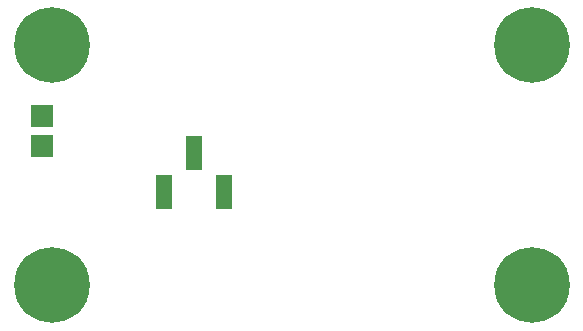
<source format=gbr>
%TF.GenerationSoftware,KiCad,Pcbnew,6.0.11+dfsg-1~bpo11+1*%
%TF.CreationDate,2023-04-13T18:17:56+00:00*%
%TF.ProjectId,PINHOLDER03,50494e48-4f4c-4444-9552-30332e6b6963,02A*%
%TF.SameCoordinates,Original*%
%TF.FileFunction,Soldermask,Top*%
%TF.FilePolarity,Negative*%
%FSLAX46Y46*%
G04 Gerber Fmt 4.6, Leading zero omitted, Abs format (unit mm)*
G04 Created by KiCad (PCBNEW 6.0.11+dfsg-1~bpo11+1) date 2023-04-13 18:17:56*
%MOMM*%
%LPD*%
G01*
G04 APERTURE LIST*
G04 Aperture macros list*
%AMRoundRect*
0 Rectangle with rounded corners*
0 $1 Rounding radius*
0 $2 $3 $4 $5 $6 $7 $8 $9 X,Y pos of 4 corners*
0 Add a 4 corners polygon primitive as box body*
4,1,4,$2,$3,$4,$5,$6,$7,$8,$9,$2,$3,0*
0 Add four circle primitives for the rounded corners*
1,1,$1+$1,$2,$3*
1,1,$1+$1,$4,$5*
1,1,$1+$1,$6,$7*
1,1,$1+$1,$8,$9*
0 Add four rect primitives between the rounded corners*
20,1,$1+$1,$2,$3,$4,$5,0*
20,1,$1+$1,$4,$5,$6,$7,0*
20,1,$1+$1,$6,$7,$8,$9,0*
20,1,$1+$1,$8,$9,$2,$3,0*%
G04 Aperture macros list end*
%ADD10C,6.400000*%
%ADD11RoundRect,0.200000X0.500000X-1.255000X0.500000X1.255000X-0.500000X1.255000X-0.500000X-1.255000X0*%
%ADD12RoundRect,0.200000X0.762000X0.762000X-0.762000X0.762000X-0.762000X-0.762000X0.762000X-0.762000X0*%
G04 APERTURE END LIST*
D10*
%TO.C,M3*%
X0Y0D03*
%TD*%
%TO.C,M2*%
X40640000Y0D03*
%TD*%
D11*
%TO.C,J1*%
X9524000Y-12449000D03*
X12064000Y-9139000D03*
X14604000Y-12449000D03*
%TD*%
D10*
%TO.C,M4*%
X0Y-20320000D03*
%TD*%
%TO.C,M1*%
X40640000Y-20320000D03*
%TD*%
D12*
%TO.C,J2*%
X-810000Y-5950000D03*
X-810000Y-8490000D03*
%TD*%
M02*

</source>
